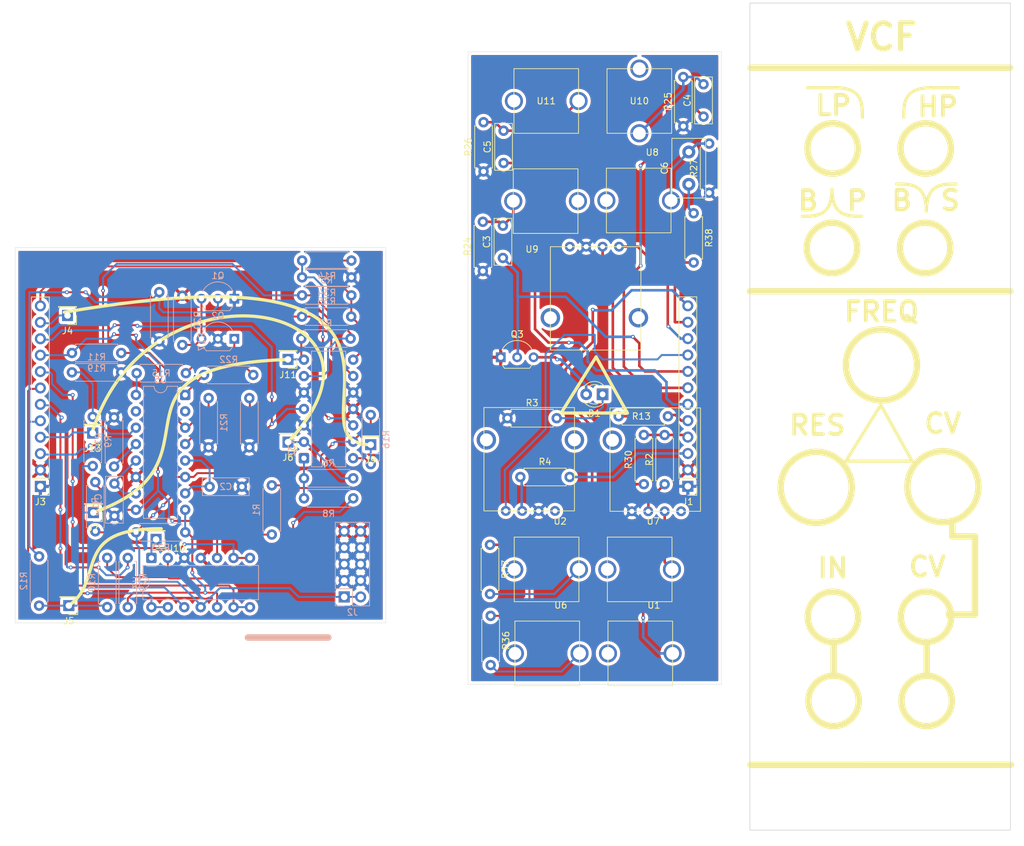
<source format=kicad_pcb>
(kicad_pcb (version 20241229) (generator "pcbnew") (generator_version "9.0")
  (layers (0 "F.Cu" signal) (2 "B.Cu" signal) (13 "F.Paste" user) (15 "B.Paste" user) (5 "F.SilkS" user "F.Silkscreen") (7 "B.SilkS" user "B.Silkscreen") (1 "F.Mask" user) (3 "B.Mask" user) (25 "Edge.Cuts" user))
  (net 0 "")
  (net 1 "Net-(C1-Pad1)")
  (net 2 "GND")
  (net 3 "Net-(C2-Pad1)")
  (net 4 "Net-(C3-Pad2)")
  (net 5 "OUT_BP")
  (net 6 "Net-(C4-Pad2)")
  (net 7 "OUT_HP")
  (net 8 "Net-(C5-Pad2)")
  (net 9 "OUT_LP")
  (net 10 "OUT_BS")
  (net 11 "Net-(C6-Pad1)")
  (net 12 "Net-(D1-K)")
  (net 13 "Net-(D1-A)")
  (net 14 "+12V")
  (net 15 "-12V")
  (net 16 "TRP")
  (net 17 "VGND1")
  (net 18 "AUDSUM")
  (net 19 "Net-(Q1-E)")
  (net 20 "Net-(Q2-C)")
  (net 21 "Net-(U4D--)")
  (net 22 "Net-(R2-Pad1)")
  (net 23 "Net-(R4-Pad1)")
  (net 24 "AUDIN")
  (net 25 "Net-(R6-Pad2)")
  (net 26 "HP")
  (net 27 "Net-(U5A-+)")
  (net 28 "Net-(R13-Pad1)")
  (net 29 "Net-(U4D-+)")
  (net 30 "Net-(R15-Pad2)")
  (net 31 "Net-(R22-Pad2)")
  (net 32 "LP")
  (net 33 "Net-(R30-Pad1)")
  (net 34 "Net-(R36-Pad2)")
  (net 35 "Net-(R37-Pad2)")
  (net 38 "Net-(U5C--)")
  (net 39 "Net-(U5A--)")
  (net 40 "Net-(RV2-Pad3)")
  (net 41 "VGNDAUD")
  (net 42 "RES")
  (net 43 "Net-(C6-Pad2)")
  (net 44 "Net-(J10-Pin_1)")
  (net 45 "Net-(U3A--)")
  (net 46 "Net-(J5-Pin_1)")
  (net 47 "Net-(J7-Pin_1)")
  (net 48 "Net-(J6-Pin_1)")
  (net 49 "Net-(J1-Pin_11)")
  (net 50 "Net-(J3-Pin_11)")
  (net 51 "Net-(U5C-+)")
  (footprint "Library:3mm5 Mono Aux" (layer "F.Cu") (at 113.3 30.5)
    (property "Reference" "U11")
    (property "Value" "Aux_flush")
  )
  (footprint "Resistor_THT:R_Axial_DIN0207_L6.3mm_D2.5mm_P7.62mm_Horizontal" (layer "F.Cu") (at 134.5 34.41 90)
    (property "Reference" "R25")
    (property "Value" "100k")
  )
  (footprint "Resistor_THT:R_Axial_DIN0207_L6.3mm_D2.5mm_P7.62mm_Horizontal" (layer "F.Cu") (at 103.5 56.82 90)
    (property "Reference" "R24")
    (property "Value" "100k")
  )
  (footprint "Capacitor_THT:C_Disc_D7.0mm_W2.5mm_P5.00mm" (layer "F.Cu") (at 106.6 54.8 90)
    (property "Reference" "C3")
    (property "Value" "470nF to 1u")
  )
  (footprint "MountingHole:MountingHole_3.2mm_M3" (layer "F.Cu") (at 177.72 140.787)
    (property "Reference" "REF**" (hide yes))
    (property "Value" "MountingHole_3.2mm_M3")
  )
  (footprint "Connector_PinHeader_2.54mm:PinHeader_1x01_P2.54mm_Vertical" (layer "F.Cu") (at 39.25 63.7 180)
    (property "Reference" "J4")
    (property "Value" "Conn_01x01_Pin" (hide yes))
  )
  (footprint "Resistor_THT:R_Axial_DIN0207_L6.3mm_D2.5mm_P7.62mm_Horizontal" (layer "F.Cu") (at 136.1 47.88 -90)
    (property "Reference" "R38")
    (property "Value" "1k")
  )
  (footprint "clipboard:d6b1d540-2acd-48cb-859c-b6cadd5b8444" (layer "F.Cu") (at 172.05 110.347)
    (property "Reference" "")
    (property "Value" "")
  )
  (footprint "Library:3mm5 Mono Aux" (layer "F.Cu") (at 113.45 116)
    (property "Reference" "U6")
    (property "Value" "Aux_flush")
  )
  (footprint "Library:3mm5 Mono Aux" (layer "F.Cu") (at 127.75 103)
    (property "Reference" "U7")
    (property "Value" "Aux_flush")
  )
  (footprint "Connector_PinHeader_2.54mm:PinHeader_1x01_P2.54mm_Vertical" (layer "F.Cu") (at 43.15 81.9 180)
    (property "Reference" "J13")
    (property "Value" "Conn_01x01_Pin" (hide yes))
  )
  (footprint "Connector_PinHeader_2.54mm:PinHeader_1x01_P2.54mm_Vertical" (layer "F.Cu") (at 43.25 94.2 180)
    (property "Reference" "J7")
    (property "Value" "Conn_01x01_Pin" (hide yes))
  )
  (footprint "clipboard:d6b1d540-2acd-48cb-859c-b6cadd5b8444" (layer "F.Cu") (at 172 37.847)
    (property "Reference" "")
    (property "Value" "")
  )
  (footprint "Connector_PinHeader_2.54mm:PinHeader_1x12_P2.54mm_Vertical" (layer "F.Cu") (at 35.05 90.16 180)
    (property "Reference" "J3")
    (property "Value" "Conn_01x12_Pin")
  )
  (footprint "clipboard:8a7c8b36-f368-44f6-9871-751257f891b6" (layer "F.Cu") (at 174.66 90.096)
    (property "Reference" "")
    (property "Value" "")
  )
  (footprint "Library:AlpsPot" (layer "F.Cu") (at 107.04 93.949)
    (property "Reference" "RV1" (hide yes))
    (property "Value" "R_Potentiometer")
  )
  (footprint "Connector_PinHeader_2.54mm:PinHeader_1x01_P2.54mm_Vertical" (layer "F.Cu") (at 39.45 108.6 180)
    (property "Reference" "J5")
    (property "Value" "Conn_01x01_Pin" (hide yes))
  )
  (footprint "clipboard:d6b1d540-2acd-48cb-859c-b6cadd5b8444" (layer "F.Cu") (at 157.75 123.347)
    (property "Reference" "")
    (property "Value" "")
  )
  (footprint "LED_THT:LED_D3.0mm" (layer "F.Cu") (at 122.02 75.9 180)
    (property "Reference" "D1")
    (property "Value" "LED")
  )
  (footprint "Resistor_THT:R_Axial_DIN0207_L6.3mm_D2.5mm_P7.62mm_Horizontal" (layer "F.Cu") (at 103.6 41.41 90)
    (property "Reference" "R26")
    (property "Value" "100k")
  )
  (footprint "Resistor_THT:R_Axial_DIN0207_L6.3mm_D2.5mm_P7.62mm_Horizontal" (layer "F.Cu") (at 104.7 110.19 -90)
    (property "Reference" "R36")
    (property "Value" "100k")
  )
  (footprint "Package_TO_SOT_THT:TO-92L_Inline_Wide" (layer "F.Cu") (at 106.26 70.17)
    (property "Reference" "Q3")
    (property "Value" "BC547")
  )
  (footprint "clipboard:d6b1d540-2acd-48cb-859c-b6cadd5b8444" (layer "F.Cu") (at 157.65 110.347)
    (property "Reference" "")
    (property "Value" "")
  )
  (footprint "MountingHole:MountingHole_3.2mm_M3" (layer "F.Cu") (at 177.74 18.347)
    (property "Reference" "REF**" (hide yes))
    (property "Value" "MountingHole_3.2mm_M3")
  )
  (footprint "Library:3mm5 Mono Aux" (layer "F.Cu") (at 113.35 103)
    (property "Reference" "U2")
    (property "Value" "Aux_flush")
  )
  (footprint "clipboard:d6b1d540-2acd-48cb-859c-b6cadd5b8444" (layer "F.Cu") (at 171.9 53.247)
    (property "Reference" "")
    (property "Value" "")
  )
  (footprint "Connector_PinHeader_2.54mm:PinHeader_1x01_P2.54mm_Vertical" (layer "F.Cu") (at 73.35 83.3 180)
    (property "Reference" "J6")
    (property "Value" "Conn_01x01_Pin" (hide yes))
  )
  (footprint "Connector_PinHeader_2.54mm:PinHeader_1x01_P2.54mm_Vertical" (layer "F.Cu") (at 86.15 83.7 180)
    (property "Reference" "J9")
    (property "Value" "Conn_01x01_Pin" (hide yes))
  )
  (footprint "MountingHole:MountingHole_3.2mm_M3" (layer "F.Cu") (at 164.95 83.247)
    (property "Reference" "REF**" (hide yes))
    (property "Value" "MountingHole_3.2mm_M3" (hide yes))
  )
  (footprint "MountingHole:MountingHole_3.2mm_M3" (layer "F.Cu") (at 152.3 18.347)
    (property "Reference" "REF**" (hide yes))
    (property "Value" "MountingHole_3.2mm_M3")
  )
  (footprint "Resistor_THT:R_Axial_DIN0207_L6.3mm_D2.5mm_P7.62mm_Horizontal" (layer "F.Cu") (at 128.4 89.81 90)
    (property "Reference" "R30")
    (property "Value" "100k")
  )
  (footprint "Resistor_THT:R_Axial_DIN0207_L6.3mm_D2.5mm_P7.62mm_Horizontal" (layer "F.Cu") (at 138.5 44.71 90)
    (property "Reference" "R27")
    (property "Value" "100k")
  )
  (footprint "Library:AlpsPot" (layer "F.Cu") (at 126.54 94.009)
    (property "Reference" "RV2" (hide yes))
    (property "Value" "R_Potentiometer")
  )
  (footprint "Resistor_THT:R_Axial_DIN0207_L6.3mm_D2.5mm_P7.62mm_Horizontal" (layer "F.Cu") (at 109.3 88.7)
    (property "Reference" "R4")
    (property "Value" "100k")
  )
  (footprint "Connector_PinHeader_2.54mm:PinHeader_1x12_P2.54mm_Vertical" (layer "F.Cu") (at 135.2 90.14 180)
    (property "Reference" "J1")
    (property "Value" "Conn_01x12_Pin")
  )
  (footprint "Capacitor_THT:C_Disc_D9.0mm_W5.0mm_P5.00mm" (layer "F.Cu") (at 135.35 43.4 90)
    (property "Reference" "C6")
    (property "Value" "470nF to 1u")
  )
  (footprint "Resistor_THT:R_Axial_DIN0207_L6.3mm_D2.5mm_P7.62mm_Horizontal" (layer "F.Cu") (at 107.3 79.6)
    (property "Reference" "R3")
    (property "Value" "1k")
  )
  (footprint "clipboard:8a7c8b36-f368-44f6-9871-751257f891b6" (layer "F.Cu") (at 165.15 71.247)
    (property "Reference" "")
    (property "Value" "")
  )
  (footprint "Resistor_THT:R_Axial_DIN0207_L6.3mm_D2.5mm_P7.62mm_Horizontal" (layer "F.Cu") (at 124.5 79.3)
    (property "Reference" "R13")
    (property "Value" "10k")
  )
  (footprint "Capacitor_THT:C_Disc_D7.0mm_W2.5mm_P5.00mm" (layer "F.Cu") (at 106.7 40.1 90)
    (property "Reference" "C5")
    (property "Value" "470nF to 1u")
  )
  (footprint "Capacitor_THT:C_Disc_D7.0mm_W2.5mm_P5.00mm" (layer "F.Cu") (at 137.625 32.915 90)
    (property "Reference" "C4")
    (property "Value" "470nF to 1u" (hide yes))
  )
  (footprint "Library:AlpsPot" (layer "F.Cu") (at 124.56 53.051 180)
    (property "Reference" "RV3" (hide yes))
    (property "Value" "R_Potentiometer")
  )
  (footprint "Library:3mm5 Mono Aux" (layer "F.Cu") (at 127.7 30.5 -90)
    (property "Reference" "U10")
    (property "Value" "Aux_flush")
  )
  (footprint "MountingHole:MountingHole_3.2mm_M3" (layer "F.Cu") (at 152.28 140.787)
    (property "Reference" "REF**" (hide yes))
    (property "Value" "MountingHole_3.2mm_M3")
  )
  (footprint "clipboard:d6b1d540-2acd-48cb-859c-b6cadd5b8444" (layer "F.Cu") (at 157.6 37.847)
    (property "Reference" "")
    (property "Value" "")
  )
  (footprint "clipboard:d6b1d540-2acd-48cb-859c-b6cadd5b8444" (layer "F.Cu") (at 157.5 53.247)
    (property "Reference" "")
    (property "Value" "")
  )
  (footprint "Connector_PinHeader_2.54mm:PinHeader_1x01_P2.54mm_Vertical" (layer "F.Cu") (at 73.35 70.5 180)
    (property "Reference" "J11")
    (property "Value" "Conn_01x01_Pin" (hide yes))
  )
  (footprint "Library:3mm5 Mono Aux" (layer "F.Cu") (at 127.85 116)
    (property "Reference" "U1")
    (property "Value" "Aux_flush")
  )
  (footprint "Library:3mm5 Mono Aux" (layer "F.Cu") (at 113.2 46 180)
    (property "Reference" "U9")
    (property "Value" "Aux_flush")
  )
  (footprint "Connector_PinHeader_2.54mm:PinHeader_1x01_P2.54mm_Vertical" (layer "F.Cu") (at 52.95 98.36 180)
    (property "Reference" "J10")
    (property "Value" "Conn_01x01_Pin" (hide yes))
  )
  (footprint "Library:3mm5 Mono Aux" (layer "F.Cu") (at 127.6 45.9)
    (property "Reference" "U8")
    (property "Value" "Aux_flush")
  )
  (footprint "clipboard:d6b1d540-2acd-48cb-859c-b6cadd5b8444" (layer "F.Cu") (at 172.15 123.347)
    (property "Reference" "")
    (property "Value" "")
  )
  (footprint "Resistor_THT:R_Axial_DIN0207_L6.3mm_D2.5mm_P7.62mm_Horizontal" (layer "F.Cu") (at 131.61 89.819 90)
    (property "Reference" "R2")
    (property "Value" "100k")
  )
  (footprint "clipboard:8a7c8b36-f368-44f6-9871-751257f891b6" (layer "F.Cu") (at 155.06 90.196)
    (property "Reference" "")
    (property "Value" "")
  )
  (footprint "Resistor_THT:R_Axial_DIN0207_L6.3mm_D2.5mm_P7.62mm_Horizontal" (layer "F.Cu") (at 104.6 99.19 -90)
    (property "Reference" "R37")
    (property "Value" "100k")
  )
  (footprint "Resistor_THT:R_Axial_DIN0207_L6.3mm_D2.5mm_P7.62mm_Horizontal" (layer "B.Cu") (at 39.94 69.5)
    (property "Reference" "R19")
    (property "Value" "200k")
  )
  (footprint "Resistor_THT:R_Axial_DIN0207_L6.3mm_D2.5mm_P7.62mm_Horizontal" (layer "B.Cu") (at 83.035 67.26675 180)
    (property "Reference" "R7")
    (property "Value" "100k")
  )
  (footprint "Resistor_THT:R_Axial_DIN0207_L6.3mm_D2.5mm_P7.62mm_Horizontal" (layer "B.Cu") (at 57.56 72.63325 180)
    (property "Reference" "R15")
    (property "Value" "2k2")
  )
  (footprint "Capacitor_THT:C_Disc_D7.0mm_W2.5mm_P5.00mm" (layer "B.Cu") (at 46.505 89.72325 -90)
    (property "Reference" "C1")
    (property "Value" "220pF")
  )
  (footprint "Package_DIP:DIP-14_W7.62mm" (layer "B.Cu") (at 75.82 85.78675)
    (property "Reference" "U4" (hide yes))
    (property "Value" "TL074")
  )
  (footprint "Resistor_THT:R_Axial_DIN0207_L6.3mm_D2.5mm_P7.62mm_Horizontal" (layer "B.Cu") (at 67.985 72.89825 180)
    (property "Reference" "R22")
    (property "Value" "2k2")
  )
  (footprint "Resistor_THT:R_Axial_DIN0207_L6.3mm_D2.5mm_P7.62mm_Horizontal" (layer "B.Cu") (at 48.57 108.84325 90)
    (property "Reference" "R29")
    (property "Value" "100k")
  )
  (footprint "Resistor_THT:R_Axial_DIN0207_L6.3mm_D2.5mm_P7.62mm_Horizontal" (layer "B.Cu") (at 86.15 86.71 90)
    (property "Reference" "R16")
    (property "Value" "100k")
  )
  (footprint "Resistor_THT:R_Axial_DIN0207_L6.3mm_D2.5mm_P7.62mm_Horizontal" (layer "B.Cu") (at 61.075 84.10825 90)
    (property "Reference" "R21")
    (property "Value" "1k")
  )
  (footprint "Connector_PinHeader_2.54mm:PinHeader_2x05_P2.54mm_Vertical" (layer "B.Cu") (at 82.05 107.26)
    (property "Reference" "J2")
    (property "Value" "Conn_02x05_Odd_Even" (hide yes))
  )
  (footprint "Resistor_THT:R_Axial_DIN0207_L6.3mm_D2.5mm_P7.62mm_Horizontal" (layer "B.Cu") (at 45.39 101.20825 -90)
    (property "Reference" "R10")
    (property "Value" "100k")
  )
  (footprint "Resistor_THT:R_Axial_DIN0207_L6.3mm_D2.5mm_P7.62mm_Horizontal" (layer "B.Cu") (at 83.135 63.86675 180)
    (property "Reference" "R35")
    (property "Value" "100k")
  )
  (footprint "Resistor_THT:R_Axial_DIN0207_L6.3mm_D2.5mm_P7.62mm_Horizontal" (layer "B.Cu") (at 43.55 97.1 90)
    (property "Reference" "R18")
    (property "Value" "100k")
  )
  (footprint "Capacitor_THT:C_Disc_D7.0mm_W2.5mm_P5.00mm" (layer "B.Cu") (at 61.23 90.19825)
    (property "Reference" "C2")
    (property "Value" "220pF")
  )
  (footprint "Resistor_THT:R_Axial_DIN0207_L6.3mm_D2.5mm_P7.62mm_Horizontal" (layer "B.Cu") (at 34.85 100.99 -90)
    (property "Reference" "R12")
    (property "Value" "47k")
  )
  (footprint "Resistor_THT:R_Axial_DIN0207_L6.3mm_D2.5mm_P7.62mm_Horizontal" (layer "B.Cu") (at 67.375 84.10825 90)
    (property "Reference" "R32")
    (property "Value" "1k")
  )
  (footprint "Resistor_THT:R_Axial_DIN0207_L6.3mm_D2.5mm_P7.62mm_Horizontal" (layer "B.Cu") (at 53.45 67.71 90)
    (property "Reference" "R17")
    (property "Value" "1k")
  )
  (footprint "Resistor_THT:R_Axial_DIN0207_L6.3mm_D2.5mm_P7.62mm_Horizontal" (layer "B.Cu") (at 75.83 92)
    (property "Reference" "R8")
    (property "Value" "100k" (hide yes))
  )
  (footprint "Resistor_THT:R_Axial_DIN0207_L6.3mm_D2.5mm_P7.62mm_Horizontal" (layer "B.Cu") (at 49.85 97.26)
    (property "Reference" "R23")
    (property "Value" "100k")
  )
  (footprint "Resistor_THT:R_Axial_DIN0207_L6.3mm_D2.5mm_P7.62mm_Horizontal" (layer "B.Cu") (at 83.445 88.9 180)
    (property "Reference" "R6")
    (property "Value" "100k")
  )
  (footprint "Package_DIP:DIP-14_W7.62mm" (layer "B.Cu") (at 52.23 101.22825 -90)
    (property "Reference" "U3")
    (property "Value" "TL074")
  )
  (footprint "Resistor_THT:R_Axial_DIN0207_L6.3mm_D2.5mm_P7.62mm_Horizontal" (layer "B.Cu") (at 43.15 87.01 90)
    (property "Reference" "R9")
    (property "Value" "200k")
  )
  (footprint "Package_DIP:DIP-16_W7.62mm" (layer "B.Cu") (at 57.45 75.99325 180)
    (property "Reference" "U5")
    (property "Value" "LM13700")
  )
  (footprint "Resistor_THT:R_Axial_DIN0207_L6.3mm_D2.5mm_P7.62mm_Horizontal" (layer "B.Cu") (at 47.55 72.5 180)
    (property "Reference" "R11")
    (property "Value" "1k")
  )
  (footprint "Resistor_THT:R_Axial_DIN0207_L6.3mm_D2.5mm_P7.62mm_Horizontal" (layer "B.Cu") (at 57.01 68.25825 90)
    (property "Reference" "R20")
    (property "Value" "10k")
  )
  (footprint "Resistor_THT:R_Axial_DIN0207_L6.3mm_D2.5mm_P7.62mm_Horizontal" (layer "B.Cu") (at 75.54 55.2)
    (property "Reference" "R14")
    (property "Value" "100k")
  )
  (footprint "Resistor_THT:R_Axial_DIN0207_L6.3mm_D2.5mm_P7.62mm_Horizontal" (layer "B.Cu") (at 83.15 60.58675 180)
    (property "Reference" "R5")
    (property "Value" "100k")
  )
  (footprint "Resistor_THT:R_Axial_DIN0207_L6.3mm_D2.5mm_P7.62mm_Horizontal" (layer "B.Cu") (at 70.85 89.99 -90)
    (property "Reference" "R1")
    (property "Value" "100k")
  )
  (footprint "Resistor_THT:R_Axial_DIN0207_L6.3mm_D2.5mm_P7.62mm_Horizontal" (layer "B.Cu") (at 75.54 57.8)
    (property "Reference" "R34")
    (property "Value" "100k")
  )
  (footprint "Package_TO_SOT_THT:TO-92_Inline_Wide" (layer "B.Cu") (at 65.05 61.1 180)
    (property "Reference" "Q1")
    (property "Value" "BC557")
  )
  (footprint "Resistor_THT:R_Axial_DIN0207_L6.3mm_D2.5mm_P7.62mm_Horizontal" (layer "B.Cu") (at 46.45 79.46325 -90)
    (property "Reference" "R33")
    (property "Value" "1k")
  )
  (footprint "Package_TO_SOT_THT:TO-92_Inline_Wide" (layer "B.Cu") (at 65.05 67.30825 180)
    (property "Reference" "Q2")
    (property "Value" "BC557")
  )
  (gr_line (start 179.61 97.8935) (end 179.61 109.996) (stroke (width 1)) (layer "F.SilkS"))
  (gr_circle (center 157.75 123.347) (end 161.65 123.247) (stroke (width 1)) (fill no) (layer "F.SilkS"))
  (gr_poly (pts (xy 115.6 78.8) (xy 125.86 78.8) (xy 121.01 70.1)) (stroke (width 0.5)) (fill no) (layer "F.SilkS"))
  (gr_circle (center 174.66 90.196) (end 180.16 90.196) (stroke (width 1)) (fill no) (layer "F.SilkS"))
  (gr_circle (center 157.5 53.247) (end 161.4 53.147) (stroke (width 1)) (fill no) (layer "F.SilkS"))
  (gr_circle (center 157.65 110.347) (end 161.55 110.247) (stroke (width 1)) (fill no) (layer "F.SilkS"))
  (gr_curve (pts (xy 152.9 48.347) (xy 155.1 48.347) (xy 157.5 48.347) (xy 157.5 44.147)) (stroke (width 0.5)) (layer "F.SilkS"))
  (gr_line (start 172.150006 114.247) (end 172.15 119.445718) (stroke (width 1)) (layer "F.SilkS"))
  (gr_curve (pts (xy 53.75 96.7) (xy 39.55 96.6) (xy 45.25 104.5) (xy 39.45 108.6)) (stroke (width 0.5)) (layer "F.SilkS"))
  (gr_curve (pts (xy 168.6 33.047) (xy 168.6 30.847) (xy 168.6 28.447) (xy 172.8 28.447)) (stroke (width 0.5)) (layer "F.SilkS"))
  (gr_line (start 176.11 97.8935) (end 179.61 97.8935) (stroke (width 1)) (layer "F.SilkS"))
  (gr_poly (pts (xy 159.64 86.247) (xy 169.9 86.247) (xy 165.05 77.547)) (stroke (width 0.5)) (fill no) (layer "F.SilkS"))
  (gr_curve (pts (xy 86.15 83.7) (xy 71.95 83.6) (xy 103.95 52) (xy 38.75 63.2)) (stroke (width 0.5)) (layer "F.SilkS"))
  (gr_line (start 144.9 25.347) (end 185.05 25.357) (stroke (width 1)) (layer "F.SilkS"))
  (gr_circle (center 171.9 53.247) (end 175.8 53.147) (stroke (width 1)) (fill no) (layer "F.SilkS"))
  (gr_circle (center 172.05 110.347) (end 175.95 110.247) (stroke (width 1)) (fill no) (layer "F.SilkS"))
  (gr_line (start 176.11 95.696) (end 176.11 97.8935) (stroke (width 1)) (layer "F.SilkS"))
  (gr_line (start 174.311282 109.996) (end 179.61 109.996) (stroke (width 1)) (layer "F.SilkS"))
  (gr_line (start 177.1 28.447) (end 172.8 28.447) (stroke (width 0.5)) (layer "F.SilkS"))
  (gr_curve (pts (xy 167.5 43.347) (xy 169.7 43.347) (xy 172.1 43.347) (xy 172.1 47.547)) (stroke (width 0.5)) (layer "F.SilkS"))
  (gr_circle (center 172.15 123.347) (end 176.05 123.247) (stroke (width 1)) (fill no) (layer "F.SilkS"))
  (gr_circle (center 165.15 71.347) (end 170.65 71.347) (stroke (width 1)) (fill no) (layer "F.SilkS"))
  (gr_circle (center 172 37.847) (end 175.9 37.747) (stroke (width 1)) (fill no) (layer "F.SilkS"))
  (gr_curve (pts (xy 176.7 43.347) (xy 174.5 43.347) (xy 172.1 43.347) (xy 172.1 47.547)) (stroke (width 0.5)) (layer "F.SilkS"))
  (gr_curve (pts (xy 43.25 94.2) (xy 64.95 86.6) (xy 42.35 71.6) (xy 73.35 70.5)) (stroke (width 0.5)) (layer "F.SilkS"))
  (gr_line (start 157.75 114.147) (end 157.75 119.445718) (stroke (width 1)) (layer "F.SilkS"))
  (gr_curve (pts (xy 162.1 48.347) (xy 159.9 48.347) (xy 157.5 48.347) (xy 157.5 44.147)) (stroke (width 0.5)) (layer "F.SilkS"))
  (gr_line (start 185.2 133.247) (end 144.87 133.257) (stroke (width 1)) (layer "F.SilkS"))
  (gr_curve (pts (xy 162.2 33.047) (xy 162.2 30.847) (xy 162.2 28.447) (xy 158 28.447)) (stroke (width 0.5)) (layer "F.SilkS"))
  (gr_circle (center 157.6 37.847) (end 161.5 37.747) (stroke (width 1)) (fill no) (layer "F.SilkS"))
  (gr_curve (pts (xy 43.05 81.9) (xy 51.45 53.7) (xy 93.75 61.7) (xy 73.35 83.3)) (stroke (width 0.5)) (layer "F.SilkS"))
  (gr_line (start 185.1 59.947) (end 144.8 59.947) (stroke (width 1)) (layer "F.SilkS"))
  (gr_line (start 153.7 28.447) (end 158 28.447) (stroke (width 0.5)) (layer "F.SilkS"))
  (gr_circle (center 155.06 90.296) (end 160.56 90.296) (stroke (width 1)) (fill no) (layer "F.SilkS"))
  (gr_line (start 67.15 113.54) (end 79.6 113.54) (stroke (width 1)) (layer "B.SilkS"))
  (gr_rect (start 31.15 53.20325) (end 88.5 111.27325) (stroke (width 0.05)) (fill no) (layer "Edge.Cuts"))
  (gr_rect (start 101.2 22.9) (end 140.4 120.8) (stroke (width 0.05)) (fill no) (layer "Edge.Cuts"))
  (gr_rect (start 144.8 15.347) (end 185.1 143.347) (stroke (width 0.1)) (fill no) (layer "Edge.Cuts"))
  (gr_text "RES" (at 150.56 82.4425 0) (layer "F.SilkS") (effects (font (size 3 3) (thickness 0.6) (bold yes)) (justify left bottom)))
  (gr_text "IN" (at 154.95 104.547 0) (layer "F.SilkS") (effects (font (size 3 3) (thickness 0.6) (bold yes)) (justify left bottom)))
  (gr_text "FREQ\n" (at 159.05 64.8935 0) (layer "F.SilkS") (effects (font (size 3 3) (thickness 0.6) (bold yes)) (justify left bottom)))
  (gr_text "HP" (at 170.4 33.147 0) (layer "F.SilkS") (effects (font (size 3 3) (thickness 0.6) (bold yes)) (justify left bottom)))
  (gr_text "CV" (at 171.45 82.1935 0) (layer "F.SilkS") (effects (font (size 3 3) (thickness 0.6) (bold yes)) (justify left bottom)))
  (gr_text "B  P" (at 151.9 47.697 0) (layer "F.SilkS") (effects (font (size 3 3) (thickness 0.6) (bold yes)) (justify left bottom)))
  (gr_text "B  S" (at 166.4 47.647 0) (layer "F.SilkS") (effects (font (size 3 3) (thickness 0.6) (bold yes)) (justify left bottom)))
  (gr_text "VCF" (at 159.2 22.947 0) (layer "F.SilkS") (effects (font (size 4 4) (thickness 0.8) (bold yes)) (justify left bottom)))
  (gr_text "LP\n" (at 154.6 32.947 0) (layer "F.SilkS") (effects (font (size 3 3) (thickness 0.6) (bold yes)) (justify left bottom)))
  (gr_text "CV" (at 169.05 104.347 0) (layer "F.SilkS") (effects (font (size 3 3) (thickness 0.6) (bold yes)) (justify left bottom)))
  (segment (start 46.505 89.47825) (end 46.505 89.72325) (width 0.3) (layer "B.Cu") (net 1))
  (segment (start 48.015 91.23325) (end 46.505 89.72325) (width 0.3) (layer "B.Cu") (net 1))
  (segment (start 49.83 91.23325) (end 48.015 91.23325) (width 0.3) (layer "B.Cu") (net 1))
  (segment (start 49.83 86.15325) (end 46.505 89.47825) (width 0.3) (layer "B.Cu") (net 1))
  (segment (start 46.505 94.805) (end 46.25 95.06) (width 0.3) (layer "F.Cu") (net 2))
  (segment (start 46.505 94.72325) (end 46.505 94.805) (width 0.3) (layer "F.Cu") (net 2))
  (segment (start 59.90325 86.15325) (end 61.23 87.48) (width 0.3) (layer "B.Cu") (net 3))
  (segment (start 57.45 86.15325) (end 59.90325 86.15325) (width 0.3) (layer "B.Cu") (net 3))
  (segment (start 61.23 87.48) (end 61.23 90.14825) (width 0.3) (layer "B.Cu") (net 3))
  (segment (start 61.23 90.14825) (end 58.535 90.14825) (width 0.3) (layer "B.Cu") (net 3))
  (segment (start 58.535 90.14825) (end 57.45 91.23325) (width 0.3) (layer "B.Cu") (net 3))
  (segment (start 108.2 46) (end 108.2 48.2) (width 0.4) (layer "F.Cu") (net 4))
  (segment (start 108.2 48.2) (end 106.6 49.8) (width 0.4) (layer "F.Cu") (net 4))
  (segment (start 106 49.2) (end 106.6 49.8) (width 0.4) (layer "F.Cu") (net 4))
  (segment (start 103.5 49.2) (end 106 49.2) (width 0.4) (layer "F.Cu") (net 4))
  (segment (start 40.95 99.7) (end 56.75 99.7) (width 0.3) (layer "F.Cu") (net 5))
  (segment (start 127.7 71.5) (end 128.56 72.36) (width 0.4) (layer "F.Cu") (net 5))
  (segment (start 40.05 95.66) (end 40.05 98.8) (width 0.3) (layer "F.Cu") (net 5))
  (segment (start 126.7 67) (end 127.7 68) (width 0.4) (layer "F.Cu") (net 5))
  (segment (start 56.75 99.7) (end 57.35 99.1) (width 0.3) (layer "F.Cu") (net 5))
  (segment (start 40.05 98.8) (end 40.95 99.7) (width 0.3) (layer "F.Cu") (net 5))
  (segment (start 127.7 68) (end 127.7 71.5) (width 0.4) (layer "F.Cu") (net 5))
  (segment (start 128.56 72.36) (end 135.2 72.36) (width 0.4) (layer "F.Cu") (net 5))
  (segment (start 64.93 101.22825) (end 67.47 101.22825) (width 0.3) (layer "F.Cu") (net 5))
  (segment (start 40.05 76) (end 40.05 89.36) (width 0.3) (layer "F.Cu") (net 5))
  (via (at 40.05 95.66) (size 0.6) (drill 0.3) (layers "F.Cu" "B.Cu") (net 5))
  (via (at 57.35 99.1) (size 0.6) (drill 0.3) (layers "F.Cu" "B.Cu") (net 5))
  (via (at 126.7 67) (size 0.6) (drill 0.3) (layers "F.Cu" "B.Cu") (net 5))
  (via (at 40.05 76) (size 0.6) (drill 0.3) (layers "F.Cu" "B.Cu") (net 5))
  (via (at 40.05 89.36) (size 0.6) (drill 0.3) (layers "F.Cu" "B.Cu") (net 5))
  (segment (start 38.55 76) (end 36.85 74.3) (width 0.3) (layer "B.Cu") (net 5))
  (segment (start 36.85 72.8) (end 36.57 72.52) (width 0.3) (layer "B.Cu") (net 5))
  (segment (start 40.05 76) (end 38.55 76) (width 0.3) (layer "B.Cu") (net 5))
  (segment (start 57.35 99.1) (end 64.93 99.1) (width 0.3) (layer "B.Cu") (net 5))
  (segment (start 36.85 74.3) (end 36.85 72.8) (width 0.3) (layer "B.Cu") (net 5))
  (segment (start 64.93 99.1) (end 64.93 101.22825) (width 0.3) (layer "B.Cu") (net 5))
  (segment (start 122.5 67) (end 116.3 60.8) (width 0.4) (layer "B.Cu") (net 5))
  (segment (start 116.3 60.8) (end 108.9 60.8) (width 0.4) (layer "B.Cu") (net 5))
  (segment (start 108.88 57.08) (end 106.6 54.8) (width 0.4) (layer "B.Cu") (net 5))
  (segment (start 108.88 60.8) (end 108.88 57.08) (width 0.4) (layer "B.Cu") (net 5))
  (segment (start 108.9 60.8) (end 108.88 60.8) (width 0.4) (layer "B.Cu") (net 5))
  (segment (start 36.57 72.52) (end 35.05 72.52) (width 0.3) (layer "B.Cu") (net 5))
  (segment (start 108.9 70.07) (end 108.8 70.17) (width 0.4) (layer "B.Cu") (net 5))
  (segment (start 108.9 60.8) (end 108.9 70.07) (width 0.4) (layer "B.Cu") (net 5))
  (segment (start 40.05 89.36) (end 40.05 95.66) (width 0.3) (layer "B.Cu") (net 5))
  (segment (start 126.7 67) (end 122.5 67) (width 0.4) (layer "B.Cu") (net 5))
  (segment (start 127.7 35.5) (end 134.5 28.7) (width 0.4) (layer "B.Cu") (net 6))
  (segment (start 134.5 28.7) (end 134.5 26.79) (width 0.4) (layer "B.Cu") (net 6))
  (segment (start 134.5 26.79) (end 136.5 26.79) (width 0.4) (layer "B.Cu") (net 6))
  (segment (start 136.5 26.79) (end 137.625 27.915) (width 0.4) (layer "B.Cu") (net 6))
  (segment (start 136.51 31.8) (end 137.625 32.915) (width 0.4) (layer "F.Cu") (net 7))
  (segment (start 128.6 74.9) (end 125.3 71.6) (width 0.4) (layer "F.Cu") (net 7))
  (segment (start 135.2 74.9) (end 128.6 74.9) (width 0.4) (layer "F.Cu") (net 7))
  (segment (start 125.3 71.6) (end 125.3 58.6) (width 0.4) (layer "F.Cu") (net 7))
  (segment (start 33.49 75.06) (end 35.05 75.06) (width 0.3) (layer "F.Cu") (net 7))
  (segment (start 42.35 106.7) (end 33.35 106.7) (width 0.3) (layer "F.Cu") (net 7))
  (segment (start 33.15 106.5) (end 33.15 75.4) (width 0.3) (layer "F.Cu") (net 7))
  (segment (start 33.15 75.4) (end 33.49 75.06) (width 0.3) (layer "F.Cu") (net 7))
  (segment (start 127.9 40.5) (end 132 36.4) (width 0.4) (layer "F.Cu") (net 7))
  (segment (start 132 31.8) (end 136.51 31.8) (width 0.4) (layer "F.Cu") (net 7))
  (segment (start 125.3 58.6) (end 127.9 56) (width 0.4) (layer "F.Cu") (net 7))
  (segment (start 132 36.4) (end 132 31.8) (width 0.4) (layer "F.Cu") (net 7))
  (segment (start 33.35 106.7) (end 33.15 106.5) (width 0.3) (layer "F.Cu") (net 7))
  (via (at 127.9 56) (size 0.6) (drill 0.3) (layers "F.Cu" "B.Cu") (net 7))
  (via (at 42.35 106.7) (size 0.6) (drill 0.3) (layers "F.Cu" "B.Cu") (net 7))
  (via (at 127.9 40.5) (size 0.6) (drill 0.3) (layers "F.Cu" "B.Cu") (net 7))
  (segment (start 52.23 108.84825) (end 52.23 107.28) (width 0.3) (layer "B.Cu") (net 7))
  (segment (start 51.65 106.7) (end 42.35 106.7) (width 0.3) (layer "B.Cu") (net 7))
  (segment (start 54.77 108.84825) (end 52.23 108.84825) (width 0.3) (layer "B.Cu") (net 7))
  (segment (start 42.35 106.7) (end 42.55 106.7) (width 0.3) (layer "B.Cu") (net 7))
  (segment (start 52.23 107.28) (end 51.65 106.7) (width 0.3) (layer "B.Cu") (net 7))
  (segment (start 127.9 56) (end 127.9 40.5) (width 0.4) (layer "B.Cu") (net 7))
  (segment (start 113.7 35.1) (end 118.3 30.5) (width 0.4) (layer "F.Cu") (net 8))
  (segment (start 106.7 35.1) (end 113.7 35.1) (width 0.4) (layer "F.Cu") (net 8))
  (segment (start 105.39 33.79) (end 106.7 35.1) (width 0.4) (layer "F.Cu") (net 8))
  (segment (start 103.6 33.79) (end 105.39 33.79) (width 0.4) (layer "F.Cu") (net 8))
  (segment (start 113.8 41.3) (end 112.6 40.1) (width 0.4) (layer "F.Cu") (net 9))
  (segment (start 64.93 106.18) (end 64.93 108.84825) (width 0.3) (layer "F.Cu") (net 9))
  (segment (start 113.8 53.8) (end 113.8 41.3) (width 0.4) (layer "F.Cu") (net 9))
  (segment (start 112.6 40.1) (end 106.7 40.1) (width 0.4) (layer "F.Cu") (net 9))
  (segment (start 38.15 99.76) (end 38.15 105.5) (width 0.3) (layer "F.Cu") (net 9))
  (segment (start 38.15 79.7) (end 38.15 93.76) (width 0.3) (layer "F.Cu") (net 9))
  (segment (start 38.35 79.5) (end 38.15 79.7) (width 0.3) (layer "F.Cu") (net 9))
  (segment (start 111.564362 65.807862) (end 111.564362 56.035638) (width 0.4) (layer "F.Cu") (net 9))
  (segment (start 116.8 67.9) (end 113.6565 67.9) (width 0.4) (layer "F.Cu") (net 9))
  (segment (start 38.15 105.5) (end 64.25 105.5) (width 0.3) (layer "F.Cu") (net 9))
  (segment (start 64.25 105.5) (end 64.93 106.18) (width 0.3) (layer "F.Cu") (net 9))
  (segment (start 111.564362 56.035638) (end 113.8 53.8) (width 0.4) (layer "F.Cu") (net 9))
  (segment (start 113.6565 67.9) (end 111.564362 65.807862) (width 0.4) (layer "F.Cu") (net 9))
  (via (at 38.15 99.76) (size 0.6) (drill 0.3) (layers "F.Cu" "B.Cu") (net 9))
  (via (at 38.15 93.76) (size 0.6) (drill 0.3) (layers "F.Cu" "B.Cu") (net 9))
  (via (at 38.35 79.5) (size 0.6) (drill 0.3) (layers "F.Cu" "B.Cu") (net 9))
  (via (at 116.8 67.9) (size 0.6) (drill 0.3) (layers "F.Cu" "B.Cu") (net 9))
  (segment (start 116.8 67.9) (end 118.4 67.9) (width 0.4) (layer "B.Cu") (net 9))
  (segment (start 118.4 67.9) (end 119.7 69.2) (width 0.4) (layer "B.Cu") (net 9))
  (segment (start 35.05 77.6) (end 36.45 77.6) (width 0.3) (layer "B.Cu") (net 9))
  (segment (start 131.9 76.5) (end 132.84 77.44) (width 0.4) (layer "B.Cu") (net 9))
  (segment (start 67.47 108.84825) (end 64.93 108.84825) (width 0.3) (layer "B.Cu") (net 9))
  (segment (start 121.1 72.2) (end 130.1 72.2) (width 0.4) (layer "B.Cu") (net 9))
  (segment (start 131.9 74) (end 131.9 76.5) (width 0.4) (layer "B.Cu") (net 9))
  (segment (start 36.45 77.6) (end 38.35 79.5) (width 0.3) (layer "B.Cu") (net 9))
  (segment (start 119.7 69.2) (end 119.7 70.8) (width 0.4) (layer "B.Cu") (net 9))
  (segment (start 132.84 77.44) (end 135.2 77.44) (width 0.4) (layer "B.Cu") (net 9))
  (segment (start 130.1 72.2) (end 131.9 74) (width 0.4) (layer "B.Cu") (net 9))
  (segment (start 119.7 70.8) (end 121.1 72.2) (width 0.4) (layer "B.Cu") (net 9))
  (segment (start 38.15 93.76) (end 38.15 99.76) (width 0.3) (layer "B.Cu") (net 9))
  (segment (start 85.22675 85.78675) (end 86.15 86.71) (width 0.3) (layer "F.Cu") (net 10))
  (segment (start 83.44 85.78675) (end 85.22675 85.78675) (width 0.3) (layer "F.Cu") (net 10))
  (segment (start 86.15 83.7) (end 86.15 86.71) (width 0.3) (layer "B.Cu") (net 10))
  (segment (start 135.35 47.13) (end 136.1 47.88) (width 0.4) (layer "B.Cu") (net 11))
  (segment (start 135.35 43.4) (end 135.35 47.13) (width 0.4) (layer "B.Cu") (net 11))
  (segment (start 120.3 79.6) (end 114.92 79.6) (width 0.3) (layer "B.Cu") (net 12))
  (segment (start 122.02 77.88) (end 120.3 79.6) (width 0.3) (layer "B.Cu") (net 12))
  (segment (start 122.02 75.9) (end 122.02 77.88) (width 0.3) (layer "B.Cu") (net 12))
  (segment (start 111.34 70.17) (end 114.67 70.17) (width 0.4) (layer "F.Cu") (net 13))
  (segment (start 114.67 70.17) (end 115 70.5) (width 0.4) (layer "F.Cu") (net 13))
  (via (at 115 70.5) (size 0.6) (drill 0.3) (layers "F.Cu" "B.Cu") (net 13))
  (segment (start 119.48 74.45) (end 119.48 75.9) (width 0.4) (layer "B.Cu") (net 13))
  (segment (start 115 70.5) (end 115.53 70.5) (width 0.4) (layer "B.Cu") (net 13))
  (segment (start 115.53 70.5) (end 119.48 74.45) (width 0.4) (layer "B.Cu") (net 13))
  (segment (start 43.4835 97.26) (end 43.19675 96.97325) (width 0.3) (layer "F.Cu") (net 15))
  (segment (start 49.85 97.26) (end 43.4835 97.26) (width 0.3) (layer "F.Cu") (net 15))
  (segment (start 70.35 81) (end 70.35 87) (width 0.3) (layer "F.Cu") (net 15))
  (segment (start 127.451 53.051) (end 124.56 53.051) (width 0.4) (layer "F.Cu") (net 15))
  (segment (start 52.5 94.61) (end 49.85 97.26) (width 0.3) (layer "F.Cu") (net 15))
  (segment (start 70.85 76.3) (end 70.85 80.5) (width 0.3) (layer "F.Cu") (net 15))
  (segment (start 46.55 65.2) (end 49.95 65.2) (width 0.3) (layer "F.Cu") (net 15))
  (segment (start 70.85 80.5) (end 70.35 81) (width 0.3) (layer "F.Cu") (net 15))
  (segment (start 59.35 88.1) (end 58.75675 88.69325) (width 0.3) (layer "F.Cu") (net 15))
  (segment (start 70.35 87) (end 69.25 88.1) (width 0.3) (layer "F.Cu") (net 15))
  (segment (start 132.2 65.4) (end 132.1 65.3) (width 0.4) (layer "F.Cu") (net 15))
  (segment (start 54.05 93.06) (end 55.65 91.46) (width 0.3) (layer "F.Cu") (net 15))
  (segment (start 69.25 88.1) (end 59.35 88.1) (width 0.3) (layer "F.Cu") (net 15))
  (segment (start 132.1 65.3) (end 132.1 57.7) (width 0.4) (layer "F.Cu") (net 15))
  (segment (start 55.65 89) (end 55.95675 88.69325) (width 0.3) (layer "F.Cu") (net 15))
  (segment (start 132.1 57.7) (end 127.451 53.051) (width 0.4) (layer "F.Cu") (net 15))
  (segment (start 49.95 65.2) (end 50.05 65.3) (width 0.3) (layer "F.Cu") (net 15))
  (segment (start 55.65 91.46) (end 55.65 89) (width 0.3) (layer "F.Cu") (net 15))
  (segment (start 55.95675 88.69325) (end 57.45 88.69325) (width 0.3) (layer "F.Cu") (net 15))
  (segment (start 58.75675 88.69325) (end 57.45 88.69325) (width 0.3) (layer "F.Cu") (net 15))
  (via (at 46.55 65.2) (size 0.6) (drill 0.3) (layers "F.Cu" "B.Cu") (net 15))
  (via (at 132.2 65.4) (size 0.6) (drill 0.3) (layers "F.Cu" "B.Cu") (net 15))
  (via (at 70.85 76.3) (size 0.6) (drill 0.3) (layers "F.Cu" "B.Cu") (net 15))
  (via (at 52.5 94.61) (size 0.6) (drill 0.3) (layers "F.Cu" "B.Cu") (net 15))
  (via (at 50.05 65.3) (size 0.6) (drill 0.3) (layers "F.Cu" "B.Cu") (net 15))
  (via (at 70.85 80.5) (size 0.6) (drill 0.3) (layers "F.Cu" "B.Cu") (net 15))
  (via (at 54.05 93.06) (size 0.6) (drill 0.3) (layers "F.Cu" "B.Cu") (net 15))
  (segment (start 50.35 104.9) (end 56.25 104.9) (width 0.3) (layer "B.Cu") (net 15))
  (segment (start 50.35 99.6) (end 50.35 104.9) (width 0.3) (layer "B.Cu") (net 15))
  (segment (start 75.82 78.16675) (end 73.18325 78.16675) (width 0.3) (layer "B.Cu") (net 15))
  (segment (start 36.91 67.44) (end 35.05 67.44) (width 0.3) (layer "B.Cu") (net 15))
  (segment (start 49.95 96.96) (end 49.95 99.2) (width 0.3) (layer "B.Cu") (net 15))
  (segment (start 38.35 66) (end 36.91 67.44) (width 0.3) (layer "B.Cu") (net 15))
  (segment (start 75.01 107.26) (end 73.65 105.9) (width 0.3) (layer "B.Cu") (net 15))
  (segment (start 49.95 99.2) (end 50.35 99.6) (width 0.3) (layer "B.Cu") (net 15))
  (segment (start 62.79825 105.9) (end 59.85 108.84825) (width 0.3) (layer "B.Cu") (net 15))
  (segment (start 45.75 66) (end 38.35 66) (width 0.3) (layer "B.Cu") (net 15))
  (segment (start 46.55 65.2) (end 45.75 66) (width 0.3) (layer "B.Cu") (net 15))
  (segment (start 52.5 94.61) (end 54.05 93.06) (width 0.3) (layer "B.Cu") (net 15))
  (segment (start 56.25 104.9) (end 59.85 108.5) (width 0.3) (layer "B.Cu") (net 15))
  (segment (start 73.65 105.9) (end 62.79825 105.9) (width 0.3) (layer "B.Cu") (net 15))
  (segment (start 82.05 107.26) (end 75.01 107.26) (width 0.3) (layer "B.Cu") (net 15))
  (segment (start 70.85 68.6) (end 70.85 76.3) (width 0.3) (layer "B.Cu") (net 15))
  (segment (start 50.05 65.3) (end 50.15 65.4) (width 0.3) (layer "B.Cu") (net 15))
  (segment (start 132.2 65.4) (end 134.08 67.28) (width 0.4) (layer "B.Cu") (net 15))
  (segment (start 43.3235 97.1) (end 43.55 97.1) (width 0.3) (layer "B.Cu") (net 15))
  (segment (start 50.15 65.4) (end 67.65 65.4) (width 0.3) (layer "B.Cu") (net 15))
  (segment (start 134.08 67.28) (end 135.2 67.28) (width 0.4) (layer "B.Cu") (net 15))
  (segment (start 84.59 107.26) (end 82.05 107.26) (width 0.3) (layer "B.Cu") (net 15))
  (segment (start 59.85 108.5) (end 59.85 108.84825) (width 0.3) (layer "B.Cu") (net 15))
  (segment (start 43.19675 96.97325) (end 43.3235 97.1) (width 0.3) (layer "B.Cu") (net 15))
  (segment (start 73.18325 78.16675) (end 70.85 80.5) (width 0.3) (layer "B.Cu") (net 15))
  (segment (start 67.65 65.4) (end 70.85 68.6) (width 0.3) (layer "B.Cu") (net 15))
  (segment (start 135.2 79.98) (end 134.18 79.98) (width 0.4) (layer "F.Cu") (net 16))
  (segment (start 133.3 79.1) (end 132.32 79.1) (width 0.4) (layer "F.Cu") (net 16))
  (segment (start 134.18 79.98) (end 133.3 79.1) (width 0.4) (layer "F.Cu") (net 16))
  (segment (start 39.15 60.1) (end 42.05 60.1) (width 0.3) (layer "F.Cu") (net 16))
  (segment (start 132.32 79.1) (end 132.12 79.3) (width 0.4) (layer "F.Cu") (net 16))
  (via (at 42.05 60.1) (size 0.6) (drill 0.3) (layers "F.Cu" "B.Cu") (net 16))
  (via (at 39.15 60.1) (size 0.6) (drill 0.3) (layers "F.Cu" "B.Cu") (net 16))
  (segment (start 53.45 62.6) (end 53.45 60.09) (width 0.3) (layer "B.Cu") (net 16))
  (segment (start 62.51 62.24) (end 61.55 63.2) (width 0.3) (layer "B.Cu") (net 16))
  (segment (start 54.05 63.2) (end 53.45 62.6) (width 0.3) (layer "B.Cu") (net 16))
  (segment (start 33.35 99.49) (end 34.85 100.99) (width 0.3) (layer "B.Cu") (net 16))
  (segment (start 42.05 60.1) (end 43.61 61.66) (width 0.3) (layer "B.Cu") (net 16))
  (segment (start 62.51 61.1) (end 62.51 62.24) (width 0.3) (layer "B.Cu") (net 16))
  (segment (start 61.55 63.2) (end 54.05 63.2) (width 0.3) (layer "B.Cu") (net 16))
  (segment (start 33.35 99.49) (end 33.35 60.1) (width 0.3) (layer "B.Cu") (net 16))
  (segment (start 43.61 61.66) (end 51.88 61.66) (width 0.3) (layer "B.Cu") (net 16))
  (segment (start 51.88 61.66) (end 53.45 60.09) (width 0.3) (layer "B.Cu") (net 16))
  (segment (start 35.05 80.14) (end 33.35 80.14) (width 0.3) (layer "B.Cu") (net 16))
  (segment (start 33.35 60.1) (end 39.15 60.1) (width 0.3) (layer "B.Cu") (net 16))
  (segment (start 128.4 82.19) (end 134.87 82.19) (width 0.4) (layer "F.Cu") (net 17))
  (segment (start 134.87 82.19) (end 135.2 82.52) (width 0.4) (layer "F.Cu") (net 17))
  (segment (start 35.05 82.54) (end 39.41 82.54) (width 0.3) (layer "B.Cu") (net 17))
  (segment (start 39.41 82.54) (end 40.15 81.8) (width 0.3) (layer "B.Cu") (net 17))
  (segment (start 40.15 81.8) (end 43.05 81.8) (width 0.3) (layer "B.Cu") (net 17))
  (segment (start 110.7 99.19) (end 104.6 99.19) (width 0.4) (layer "F.Cu") (net 18))
  (segment (start 120.4 97.5) (end 118.71 99.19) (width 0.4) (layer "F.Cu") (net 18))
  (segment (start 110.7 107.5) (end 110.7 99.19) (width 0.3) (layer "F.Cu") (net 18))
  (segment (start 71.55 58.4) (end 71.55 61.4) (width 0.3) (layer "F.Cu") (net 18))
  (segment (start 116.3 76.8) (end 120.4 80.9) (width 0.4) (layer "F.Cu") (net 18))
  (segment (start 108.01 110.19) (end 110.7 107.5) (width 0.3) (layer "F.Cu") (net 18))
  (segment (start 71.55 61.4) (end 74.01675 63.86675) (width 0.3) (layer "F.Cu") (net 18))
  (segment (start 35.05 62.36) (end 35.05 60) (width 0.3) (layer "F.Cu") (net 18))
  (segment (start 69.25 56.1) (end 71.55 58.4) (width 0.3) (layer "F.Cu") (net 18))
  (segment (start 38.95 56.1) (end 69.25 56.1) (width 0.3) (layer "F.Cu") (net 18))
  (segment (start 118.71 99.19) (end 110.7 99.19) (width 0.4) (layer "F.Cu") (net 18))
  (segment (start 74.01675 63.86675) (end 75.515 63.86675) (width 0.3) (layer "F.Cu") (net 18))
  (segment (start 75.515 63.86675) (end 78.11675 63.86675) (width 0.3) (layer "F.Cu") (net 18))
  (segment (start 80.05 65.8) (end 80.05 69.69675) (width 0.3) (layer "F.Cu") (net 18))
  (segment (start 35.05 60) (end 38.95 56.1) (width 0.3) (layer "F.Cu") (net 18))
  (segment (start 104.7 110.19) (end 108.01 110.19) (width 0.3) (layer "F.Cu") (net 18))
  (segment (start 120.5 62.8) (end 120.5 67.8) (width 0.4) (layer "F.Cu") (net 18))
  (segment (start 80.05 69.69675) (end 83.44 73.08675) (width 0.3) (layer "F.Cu") (net 18))
  (segment (start 116.3 72) (end 116.3 76.8) (width 0.4) (layer "F.Cu") (net 18))
  (segment (start 120.5 67.8) (end 116.3 72) (width 0.4) (layer "F.Cu") (net 18))
  (segment (start 78.11675 63.86675) (end 80.05 65.8) (width 0.3) (layer "F.Cu") (net 18))
  (segment (start 120.4 80.9) (end 120.4 97.5) (width 0.4) (layer "F.Cu") (net 18))
  (via (at 120.5 62.8) (size 0.6) (drill 0.3) (layers "F.Cu" "B.Cu") (net 18))
  (segment (start 126.5 59.8) (end 132.8 59.8) (width 0.4) (layer "B.Cu") (net 18))
  (segment (start 123.4 62.9) (end 126.5 59.8) (width 0.4) (layer "B.Cu") (net 18))
  (segment (start 120.5 62.8) (end 120.6 62.9) (width 0.4) (layer "B.Cu") (net 18))
  (segment (start 132.8 59.8) (end 135.2 62.2) (width 0.4) (layer "B.Cu") (net 18))
  (segment (start 120.6 62.9) (end 123.4 62.9) (width 0.4) (layer "B.Cu") (net 18))
  (segment (start 59.02 68.25825) (end 59.97 67.30825) (width 0.3) (layer "F.Cu") (net 19))
  (segment (start 59.97 61.1) (end 59.97 67.30825) (width 0.3) (layer "F.Cu") (net 19))
  (segment (start 57.01 68.25825) (end 59.02 68.25825) (width 0.3) (layer "F.Cu") (net 19))
  (segment (start 65.05 67.30825) (end 65.05 69.8) (width 0.3) (layer "F.Cu") (net 20))
  (segment (start 65.05 69.8) (end 65.05 69.96325) (width 0.3) (layer "F.Cu") (net 20))
  (segment (start 65.05 69.96325) (end 67.985 72.89825) (width 0.3) (layer "F.Cu") (net 20))
  (segment (start 60.39325 69.8) (end 57.56 72.63325) (width 0.3) (layer "F.Cu") (net 20))
  (segment (start 65.05 69.8) (end 60.39325 69.8) (width 0.3) (layer "F.Cu") (net 20))
  (segment (start 86.15 79.09) (end 86.15 80.4) (width 0.3) (layer "F.Cu") (net 21))
  (segment (start 73.04 89.99) (end 70.85 89.99) (width 0.3) (layer "F.Cu") (net 21))
  (segment (start 78.45 85.4) (end 78.45 89.6) (width 0.3) (layer "F.Cu") (net 21))
  (segment (start 78.45 89.6) (end 77.65 90.4) (width 0.3) (layer "F.Cu") (net 21))
  (segment (start 83.44 83.11) (end 83.44 83.24675) (width 0.3) (layer "F.Cu") (net 21))
  (segment (start 86.15 80.4) (end 83.44 83.11) (width 0.3) (layer "F.Cu") (net 21))
  (segment (start 77.65 90.4) (end 73.45 90.4) (width 0.3) (layer "F.Cu") (net 21))
  (segment (start 73.45 90.4) (end 73.04 89.99) (width 0.3) (layer "F.Cu") (net 21))
  (segment (start 80.25 83.6) (end 78.45 85.4) (width 0.3) (layer "F.Cu") (net 21))
  (via (at 80.25 83.6) (size 0.6) (drill 0.3) (layers "F.Cu" "B.Cu") (net 21))
  (segment (start 83.44 83.24675) (end 80.60325 83.24675) (width 0.3) (layer "B.Cu") (net 21))
  (segment (start 80.60325 83.24675) (end 80.25 83.6) (width 0.3) (layer "B.Cu") (net 21))
  (segment (start 129.1 93.989) (end 129.1 92.329) (width 0.4) (layer "F.Cu") (net 22))
  (segment (start 129.08 94.009) (end 129.1 93.989) (width 0.4) (layer "F.Cu") (net 22))
  (segment (start 129.1 92.329) (end 131.61 89.819) (width 0.4) (layer "F.Cu") (net 22))
  (segment (start 109.5 88.9) (end 109.3 88.7) (width 0.4) (layer "B.Cu") (net 23))
  (segment (start 109.5 93.869) (end 109.5 88.9) (width 0.4) (layer "B.Cu") (net 23))
  (segment (start 109.58 93.949) (end 109.5 93.869) (width 0.4) (layer "B.Cu") (net 23))
  (segment (start 83.15 63.85175) (end 83.135 63.86675) (width 0.3) (layer "F.Cu") (net 24))
  (segment (start 83.44 70.54675) (end 84.75 69.23675) (width 0.3) (layer "F.Cu") (net 24))
  (segment (start 83.16 55.2) (end 80.85 55.2) (width 0.3) (layer "F.Cu") (net 24))
  (segment (start 80.35 55.7) (end 80.35 57.78675) (width 0.3) (layer "F.Cu") (net 24))
  (segment (start 84.75 65.48175) (end 83.135 63.86675) (width 0.3) (layer "F.Cu") (net 24))
  (segment (start 84.75 69.23675) (end 84.75 65.48175) (width 0.3) (layer "F.Cu") (net 24))
  (segment (start 83.15 60.58675) (end 83.15 63.85175) (width 0.3) (layer "F.Cu") (net 24))
  (segment (start 80.85 55.2) (end 80.35 55.7) (width 0.3) (layer "F.Cu") (net 24))
  (segment (start 80.35 57.78675) (end 83.15 60.58675) (width 0.3) (layer "F.Cu") (net 24))
  (segment (start 75.82 91.99) (end 75.83 92) (width 0.3) (layer "B.Cu") (net 25))
  (segment (start 75.82 85.78675) (end 75.82 91.99) (width 0.3) (layer "B.Cu") (net 25))
  (segment (start 75.415 67.26675) (end 75.415 70.14175) (width 0.3) (layer "F.Cu") (net 26))
  (segment (start 75.415 70.14175) (end 75.82 70.54675) (width 0.3) (layer "F.Cu") (net 26))
  (segment (start 73.35 70.5) (end 75.77325 70.5) (width 0.3) (layer "B.Cu") (net 26))
  (segment (start 75.77325 70.5) (end 75.82 70.54675) (width 0.3) (layer "B.Cu") (net 26))
  (segment (start 49.83 81.07325) (end 48.90325 82) (width 0.3) (layer "B.Cu") (net 27))
  (segment (start 43.15 74.3) (end 41.35 72.5) (width 0.3) (layer "B.Cu") (net 27))
  (segment (start 41.35 72.5) (end 39.93 72.5) (width 0.3) (layer "B.Cu") (net 27))
  (segment (start 45.76 82) (end 43.15 79.39) (width 0.3) (layer "B.Cu") (net 27))
  (segment (start 43.15 79.39) (end 43.15 74.3) (width 0.3) (layer "B.Cu") (net 27))
  (segment (start 48.90325 82) (end 45.76 82) (width 0.3) (layer "B.Cu") (net 27))
  (segment (start 122 56) (end 122.02 55.98) (width 0.4) (layer "F.Cu") (net 28))
  (segment (start 123.6 71.8) (end 127.6 75.8) (width 0.4) (layer "F.Cu") (net 28))
  (segment (start 122.02 55.98) (end 122.02 53.051) (width 0.4) (layer "F.Cu") (net 28))
  (segment (start 126.1 79.3) (end 124.5 79.3) (width 0.4) (layer "F.Cu") (net 28))
  (segment (start 123.6 57.6) (end 123.6 71.8) (width 0.4) (layer "F.Cu") (net 28))
  (segment (start 122 56) (end 123.6 57.6) (width 0.4) (layer "F.Cu") (net 28))
  (segment (start 127.6 77.8) (end 126.1 79.3) (width 0.4) (layer "F.Cu") (net 28))
  (segment (start 127.6 75.8) (end 127.6 77.8) (width 0.4) (layer "F.Cu") (net 28))
  (segment (start 78.75 78.7) (end 79.65 79.6) (width 0.3) (layer "F.Cu") (net 29))
  (segment (start 78.75 67) (end 78.75 78.7) (width 0.3) (layer "F.Cu") (net 29))
  (via (at 78.75 67) (size 0.6) (drill 0.3) (layers "F.Cu" "B.Cu") (net 29))
  (via (at 79.65 79.6) (size 0.6) (drill 0.3) (layers "F.Cu" "B.Cu") (net 29))
  (segment (start 75.54 57.8) (end 77.35 57.8) (width 0.3) (layer "B.Cu") (net 29))
  (segment (start 78.75 59.2) (end 78.75 67) (width 0.3) (layer "B.Cu") (net 29))
  (segment (start 82.33325 79.6) (end 83.44 80.70675) (width 0.3) (layer "B.Cu") (net 29))
  (segment (start 77.35 57.8) (end 78.75 59.2) (width 0.3) (layer "B.Cu") (net 29))
  (segment (start 75.54 55.2) (end 75.54 57.8) (width 0.3) (layer "B.Cu") (net 29))
  (segment (start 79.65 79.6) (end 82.33325 79.6) (width 0.3) (layer "B.Cu") (net 29))
  (segment (start 49.94 75.88325) (end 49.83 75.99325) (width 0.3) (layer "B.Cu") (net 30))
  (segment (start 49.94 72.63325) (end 49.94 75.88325) (width 0.3) (layer "B.Cu") (net 30))
  (segment (start 57.45 75.81325) (end 57.45 75.99325) (width 0.3) (layer "F.Cu") (net 31))
  (segment (start 60.365 72.89825) (end 57.45 75.81325) (width 0.3) (layer "F.Cu") (net 31))
  (segment (start 62.25 106.6) (end 49.45 106.6) (width 0.3) (layer "F.Cu") (net 32))
  (segment (start 48.57 107.48) (end 48.57 108.84325) (width 0.3) (layer "F.Cu") (net 32))
  (segment (start 58.55 98.05) (end 57.74325 97.24325) (width 0.3) (layer "F.Cu") (net 32))
  (segment (start 62.39 106.74) (end 62.25 106.6) (width 0.3) (layer "F.Cu") (net 32))
  (segment (start 49.45 106.6) (end 48.57 107.48) (width 0.3) (layer "F.Cu") (net 32))
  (segment (start 58.55 103.5) (end 58.55 98.05) (width 0.3) (layer "F.Cu") (net 32))
  (segment (start 62.39 108.84825) (end 62.39 106.74) (width 0.3) (layer "F.Cu") (net 32))
  (via (at 58.55 103.5) (size 0.6) (drill 0.3) (layers "F.Cu" "B.Cu") (net 32))
  (via (at 60.55 106.6) (size 0.6) (drill 0.3) (layers "F.Cu" "B.Cu") (net 32))
  (segment (start 57.45 96.68) (end 57.45 93.77325) (width 0.3) (layer "B.Cu") (net 32))
  (segment (start 58.55 103.8) (end 60.55 105.8) (width 0.3) (layer "B.Cu") (net 32))
  (segment (start 60.55 105.8) (end 60.55 106.6) (width 0.3) (layer "B.Cu") (net 32))
  (segment (start 58.55 103.5) (end 58.55 103.8) (width 0.3) (layer "B.Cu") (net 32))
  (segment (start 124.5 97.1) (end 124.5 92.5) (width 0.4) (layer "F.Cu") (net 33))
  (segment (start 124.5 92.5) (end 127.19 89.81) (width 0.4) (layer "F.Cu") (net 33))
  (segment (start 127.19 89.81) (end 128.4 89.81) (width 0.4) (layer "F.Cu") (net 33))
  (segment (start 128.3 110.5) (end 128.3 100.9) (width 0.4) (layer "F.Cu") (net 33))
  (segment (start 128.3 100.9) (end 124.5 97.1) (width 0.4) (layer "F.Cu") (net 33))
  (via (at 128.3 110.5) (size 0.6) (drill 0.3) (layers "F.Cu" "B.Cu") (net 33))
  (segment (start 128.3 113.5) (end 128.3 110.5) (width 0.4) (layer "B.Cu") (net 33))
  (segment (start 130.8 116) (end 128.3 113.5) (width 0.4) (layer "B.Cu") (net 33))
  (segment (start 132.85 116) (end 130.8 116) (width 0.4) (layer "B.Cu") (net 33))
  (segment (start 115.65 118.8) (end 118.45 116) (width 0.3) (layer "B.Cu") (net 34))
  (segment (start 105.69 118.8) (end 115.65 118.8) (width 0.3) (layer "B.Cu") (net 34))
  (segment (start 104.7 117.81) (end 105.69 118.8) (width 0.3) (layer "B.Cu") (net 34))
  (segment (start 114.54 106.81) (end 118.35 103) (width 0.3) (layer "B.Cu") (net 35))
  (segment (start 104.6 106.81) (end 114.54 106.81) (width 0.3) (layer "B.Cu") (net 35))
  (segment (start 57.45 83.61325) (end 61.86325 79.2) (width 0.3) (layer "F.Cu") (net 38))
  (segment (start 67.45 76.56325) (end 67.375 76.48825) (width 0.3) (layer "F.Cu") (net 38))
  (segment (start 61.86325 79.2) (end 66.65 79.2) (width 0.3) (layer "F.Cu") (net 38))
  (segment (start 67.45 78.4) (end 67.45 76.56325) (width 0.3) (layer "F.Cu") (net 38))
  (segment (start 66.65 79.2) (end 67.45 78.4) (width 0.3) (layer "F.Cu") (net 38))
  (segment (start 49.83 83.61325) (end 46.45 86.99325) (width 0.3) (layer "B.Cu") (net 39))
  (segment (start 46.45 86.99325) (end 46.45 87.08325) (width 0.3) (layer "B.Cu") (net 39))
  (segment (start 131.62 101.87) (end 131.62 94.009) (width 0.4) (layer "F.Cu") (net 40))
  (segment (start 132.75 103) (end 131.62 101.87) (width 0.4) (layer "F.Cu") (net 40))
  (segment (start 77.13675 60.58675) (end 83.035 66.485) (width 0.3) (layer "F.Cu") (net 41))
  (segment (start 44.75 59.86) (end 44.75 83.8) (width 0.3) (layer "F.Cu") (net 41))
  (segment (start 83.035 66.485) (end 83.035 67.26675) (width 0.3) (layer "F.Cu") (net 41))
  (segment (start 75.53 60.58675) (end 77.13675 60.58675) (width 0.3) (layer "F.Cu") (net 41))
  (segment (start 39.75 102.7) (end 44.05 102.7) (width 0.3) (layer "F.Cu") (net 41))
  (segment (start 48.57 102.68) (end 48.57 101.22325) (width 0.3) (layer "F.Cu") (net 41))
  (segment (start 44.75 83.8) (end 42.75 83.8) (width 0.3) (layer "F.Cu") (net 41))
  (via (at 42.75 83.8) (size 0.6) (drill 0.3) (layers "F.Cu" "B.Cu") (net 41))
  (via (at 44.75 59.86) (size 0.6) (drill 0.3) (layers "F.Cu" "B.Cu") (net 41))
  (via (at 39.75 102.7) (size 0.6) (drill 0.3) (layers "F.Cu" "B.Cu") (net 41))
  (via (at 44.05 102.7) (size 0.6) (drill 0.3) (layers "F.Cu" "B.Cu") (net 41))
  (via (at 48.55 102.7) (size 0.6) (drill 0.3) (layers "F.Cu" "B.Cu") (net 41))
  (segment (start 78.76325 73.08675) (end 79.55 72.3) (width 0.3) (layer "B.Cu") (net 41))
  (segment (start 127.34 85.06) (end 135.2 85.06) (width 0.4) (layer "B.Cu") (net 41))
  (segment (start 123.7 88.7) (end 127.34 85.06) (width 0.4) (layer "B.Cu") (net 41))
  (segment (start 79.55 68.9) (end 81.18325 67.26675) (width 0.3) (layer "B.Cu") (net 41))
  (segment (start 38.27 85.22) (end 35.05 85.22) (width 0.3) (layer "B.Cu") (net 41))
  (segment (start 81.18325 67.26675) (end 83.035 67.26675) (width 0.3) (layer "B.Cu") (net 41))
  (segment (start 39.15 85.22) (end 38.27 85.22) (width 0.3) (layer "B.Cu") (net 41))
  (segment (start 48.55 102.7) (end 48.57 102.68) (width 0.3) (layer "B.Cu") (net 41))
  (segment (start 69.63675 60.58675) (end 75.53 60.58675) (width 0.3) (layer "B.Cu") (net 41))
  (segment (start 39.75 102.7) (end 39.25 102.7) (width 0.3) (layer "B.Cu") (net 41))
  (segment (start 44.05 102.7) (end 45.25 103.9) (width 0.3) (layer "B.Cu") (net 41))
  (segment (start 39.15 102.6) (end 39.15 85.22) (width 0.3) (layer "B.Cu") (net 41))
  (segment (start 41.35 84.4) (end 40.53 85.22) (width 0.3) (layer "B.Cu") (net 41))
  (segment (start 75.82 73.08675) (end 78.76325 73.08675) (width 0.3) (layer "B.Cu") (net 41))
  (segment (start 42.15 84.4) (end 41.35 84.4) (width 0.3) (layer "B.Cu") (net 41))
  (segment (start 45.25 103.9) (end 47.35 103.9) (width 0.3) (layer "B.Cu") (net 41))
  (segment (start 44.75 57.8) (end 46.85 55.7) (width 0.3) (layer "B.Cu") (net 41))
  (segment (start 46.85 55.7) (end 64.75 55.7) (width 0.3) (layer "B.Cu") (net 41))
  (segment (start 79.55 72.3) (end 79.55 68.9) (width 0.3) (layer "B.Cu") (net 41))
  (segment (start 47.35 103.9) (end 48.55 102.7) (width 0.3) (layer "B.Cu") (net 41))
  (segment (start 40.53 85.22) (end 38.27 85.22) (width 0.3) (layer "B.Cu") (net 41))
  (segment (start 64.75 55.7) (end 69.63675 60.58675) (width 0.3) (layer "B.Cu") (net 41))
  (segment (start 116.92 88.7) (end 123.7 88.7) (width 0.4) (layer "B.Cu") (net 41))
  (segment (start 44.75 59.86) (end 44.75 57.8) (width 0.3) (layer "B.Cu") (net 41))
  (segment (start 42.75 83.8) (end 42.15 84.4) (width 0.3) (layer "B.Cu") (net 41))
  (segment (start 39.25 102.7) (end 39.15 102.6) (width 0.3) (layer "B.Cu") (net 41))
  (segment (start 62.40175 97.61) (end 62.39 97.59825) (width 0.3) (layer "F.Cu") (net 42))
  (segment (start 55.475 95.49825) (end 62.39 95.49825) (width 0.3) (layer "F.Cu") (net 42))
  (segment (start 53.55 73.3) (end 53.55 86.1) (width 0.3) (layer "F.Cu") (net 42))
  (segment (start 47.96325 93.77325) (end 45.29 91.1) (width 0.3) (layer "F.Cu") (net 42))
  (segment (start 49.85 66.8) (end 49.75 66.7) (width 0.3) (layer "F.Cu") (net 42))
  (segment (start 49.83 93.77325) (end 47.96325 93.77325) (width 0.3) (layer "F.Cu") (net 42))
  (segment (start 53.55 86.1) (end 53.25 86.4) (width 0.3) (layer "F.Cu") (net 42))
  (segment (start 45.29 91.1) (end 44.85 91.1) (width 0.3) (layer "F.Cu") (net 42))
  (segment (start 62.39 97.59825) (end 62.39 101.22825) (width 0.3) (layer "F.Cu") (net 42))
  (segment (start 43.55 89.8) (end 43.55 89.48) (width 0.3) (layer "F.Cu") (net 42))
  (segment (start 46.55 66.7) (end 46.45 66.6) (width 0.3) (layer "F.Cu") (net 42))
  (segment (start 70.85 97.61) (end 62.40175 97.61) (width 0.3) (layer "F.Cu") (net 42))
  (segment (start 49.75 66.7) (end 46.55 66.7) (width 0.3) (layer "F.Cu") (net 42))
  (segment (start 53.25 86.4) (end 53.25 87.9) (width 0.3) (layer "F.Cu") (net 42))
  (segment (start 62.39 95.49825) (end 62.39 97.59825) (width 0.3) (layer "F.Cu") (net 42))
  (segment (start 44.85 91.1) (end 43.55 89.8) (width 0.3) (layer "F.Cu") (net 42))
  (segment (start 35.53 69.5) (end 35.05 69.98) (width 0.3) (layer "F.Cu") (net 42))
  (segment (start 50.37675 93.77325) (end 49.83 93.77325) (width 0.3) (layer "F.Cu") (net 42))
  (via (at 49.85 66.8) (size 0.6) (drill 0.3) (layers "F.Cu" "B.Cu") (net 42))
  (via (at 53.55 73.3) (size 0.6) (drill 0.3) (layers "F.Cu" "B.Cu") (net 42))
  (via (at 53.25 87.9) (size 0.6) (drill 0.3) (layers "F.Cu" "B.Cu") (net 42))
  (via (at 46.45 66.6) (size 0.6) (drill 0.3) (layers "F.Cu" "B.Cu") (net 42))
  (via (at 55.475 95.49825) (size 0.6) (drill 0.3) (layers "F.Cu" "B.Cu") (net 42))
  (segment (start 35.39 69.5) (end 35.05 69.84) (width 0.3) (layer "B.Cu") (net 42))
  (segment (start 107.04 92.499) (end 107.04 93.949) (width 0.3) (layer "B.Cu") (net 42))
  (segment (start 106.9 87.6) (end 106.9 92.359) (width 0.3) (layer "B.Cu") (net 42))
  (segment (start 49.85 67.6) (end 53.55 71.3) (width 0.3) (layer "B.Cu") (net 42))
  (segment (start 50.33675 93.77325) (end 49.83 93.77325) (width 0.3) (layer "B.Cu") (net 42))
  (segment (start 113.2 69.6) (end 113.2 81.3) (width 0.3) (layer "B.Cu") (net 42))
  (segment (start 113.2 81.3) (end 106.9 87.6) (width 0.3) (layer "B.Cu") (net 42))
  (segment (start 49.85 66.8) (end 49.85 67.6) (width 0.3) (layer "B.Cu") (net 42))
  (segment (start 120.8 66.7) (end 116.1 66.7) (width 0.3) (layer "B.Cu") (net 42))
  (segment (start 122 70.5) (end 120.8 69.3) (width 0.3) (layer "B.Cu") (net 42))
  (segment (start 39.6 69.84) (end 39.94 69.5) (width 0.3) (layer "B.Cu") (net 42))
  (segment (start 46.45 66.6) (end 45.75 67.3) (width 0.3) (layer "B.Cu") (net 42))
  (segment (start 53.23 90.88) (end 50.33675 93.77325) (width 0.3) (layer "B.Cu") (net 42))
  (segment (start 53.33 90.88) (end 53.25 90.8) (width 0.3) (layer "B.Cu") (net 42))
  (segment (start 53.55 71.3) (end 53.55 73.3) (width 0.3) (layer "B.Cu") (net 42))
  (segment (start 45.75 67.3) (end 42.14 67.3) (width 0.3) (layer "B.Cu") (net 42))
  (segment (start 54.95 92.5) (end 53.33 90.88) (width 0.3) (layer "B.Cu") (net 42))
  (segment (start 120.8 69.3) (end 120.8 66.7) (width 0.3) (layer "B.Cu") (net 42))
  (segment (start 53.25 90.8) (end 53.25 87.9) (width 0.3) (layer "B.Cu") (net 42))
  (segment (start 42.14 67.3) (end 39.94 69.5) (width 0.3) (layer "B.Cu") (net 42))
  (segment (start 54.95 92.5) (end 54.95 94.97325) (width 0.3) (layer "B.Cu") (net 42))
  (segment (start 116.1 66.7) (end 113.2 69.6) (width 0.3) (layer "B.Cu") (net 42))
  (segment (start 54.95 94.97325) (end 55.475 95.49825) (width 0.3) (layer "B.Cu") (net 42))
  (segment (start 106.9 92.359) (end 107.04 92.499) (width 0.3) (layer "B.Cu") (net 42))
  (segment (start 130.5 70.5) (end 122 70.5) (width 0.3) (layer "B.Cu") (net 42))
  (segment (start 53.33 90.88) (end 53.23 90.88) (width 0.3) (layer "B.Cu") (net 42))
  (segment (start 131.18 69.82) (end 130.5 70.5) (width 0.3) (layer "B.Cu") (net 42))
  (segment (start 35.05 69.84) (end 39.6 69.84) (width 0.3) (layer "B.Cu") (net 42))
  (segment (start 135.2 69.82) (end 131.18 69.82) (width 0.3) (layer "B.Cu") (net 42))
  (segment (start 132.6 45.9) (end 132.6 41.15) (width 0.4) (layer "B.Cu") (net 43))
  (segment (start 132.6 41.15) (end 135.35 38.4) (width 0.4) (layer "B.Cu") (net 43))
  (segment (start 136.66 37.09) (end 135.35 38.4) (width 0.4) (layer "B.Cu") (net 43))
  (segment (start 138.5 37.09) (end 136.66 37.09) (width 0.4) (layer "B.Cu") (net 43))
  (segment (start 52.95 98.36) (end 52.23 99.08) (width 0.3) (layer "B.Cu") (net 44))
  (segment (start 52.23 99.08) (end 52.23 101.22825) (width 0.3) (layer "B.Cu") (net 44))
  (segment (start 70.55 104.4) (end 74.15 100.8) (width 0.3) (layer "F.Cu") (net 45))
  (segment (start 54.77 104.2) (end 54.97 104.4) (width 0.3) (layer "F.Cu") (net 45))
  (segment (start 45.39 102.74) (end 46.85 104.2) (width 0.3) (layer "F.Cu") (net 45))
  (segment (start 74.15 100.8) (end 74.15 95.8) (width 0.3) (layer "F.Cu") (net 45))
  (segment (start 54.77 104.2) (end 54.77 101.22825) (width 0.3) (layer "F.Cu") (net 45))
  (segment (start 54.97 104.4) (end 70.55 104.4) (width 0.3) (layer "F.Cu") (net 45))
  (segment (start 46.85 104.2) (end 54.77 104.2) (width 0.3) (layer "F.Cu") (net 45))
  (segment (start 45.39 101.20825) (end 45.39 102.74) (width 0.3) (layer "F.Cu") (net 45))
  (via (at 74.15 95.8) (size 0.6) (drill 0.3) (layers "F.Cu" "B.Cu") (net 45))
  (segment (start 75.85 94.1) (end 74.15 95.8) (width 0.3) (layer "B.Cu") (net 45))
  (segment (start 81.35 94.1) (end 75.85 94.1) (width 0.3) (layer "B.Cu") (net 45))
  (segment (start 83.45 92) (end 81.35 94.1) (width 0.3) (layer "B.Cu") (net 45))
  (segment (start 34.85 108.61) (end 45.17175 108.61) (width 0.3) (layer "B.Cu") (net 46))
  (segment (start 45.17175 108.61) (end 45.39 108.82825) (width 0.3) (layer "B.Cu") (net 46))
  (segment (start 41.65 87.01) (end 41.65 94.2) (width 0.3) (layer "B.Cu") (net 47))
  (segment (start 41.65 105.8) (end 41.65 94.2) (width 0.3) (layer "B.Cu") (net 47))
  (segment (start 57.31 108.84825) (end 54.26175 105.8) (width 0.3) (layer "B.Cu") (net 47))
  (segment (start 43.15 87.01) (end 41.65 87.01) (width 0.3) (layer "B.Cu") (net 47))
  (segment (start 54.26175 105.8) (end 41.65 105.8) (width 0.3) (layer "B.Cu") (net 47))
  (segment (start 41.65 94.2) (end 43.25 94.2) (width 0.3) (layer "B.Cu") (net 47))
  (segment (start 79.64 86.79) (end 76.09675 83.24675) (width 0.3) (layer "B.Cu") (net 48))
  (segment (start 79.64 87) (end 79.64 86.79) (width 0.3) (layer "B.Cu") (net 48))
  (segment (start 75.76675 83.3) (end 75.82 83.24675) (width 0.3) (layer "B.Cu") (net 48))
  (segment (start 76.09675 83.24675) (end 75.82 83.24675) (width 0.3) (layer "B.Cu") (net 48))
  (segment (start 83.445 88.9) (end 81.54 88.9) (width 0.3) (layer "B.Cu") (net 48))
  (segment (start 73.35 83.3) (end 75.76675 83.3) (width 0.3) (layer "B.Cu") (net 48))
  (segment (start 81.54 88.9) (end 79.64 87) (width 0.3) (layer "B.Cu") (net 48))
  (segment (start 133.2 55.5) (end 136.1 55.5) (width 0.4) (layer "F.Cu") (net 49))
  (segment (start 133.2 64.7) (end 133.2 55.5) (width 0.4) (layer "F.Cu") (net 49))
  (segment (start 135.2 64.74) (end 133.24 64.74) (width 0.4) (layer "F.Cu") (net 49))
  (segment (start 133.24 64.74) (end 133.2 64.7) (width 0.4) (layer "F.Cu") (net 49))
  (segment (start 39.25 63.7) (end 37.95 63.7) (width 0.3) (layer "B.Cu") (net 50))
  (segment (start 37.95 63.7) (end 36.75 64.9) (width 0.3) (layer "B.Cu") (net 50))
  (segment (start 36.75 64.9) (end 35.05 64.9) (width 0.3) (layer "B.Cu") (net 50))
  (segment (start 57.77675 81.07325) (end 57.45 81.07325) (width 0.3) (layer "F.Cu") (net 51))
  (segment (start 54.65 78.27325) (end 57.45 81.07325) (width 0.3) (layer "F.Cu") (net 51))
  (segment (start 47.56 69.5) (end 51.95 69.5) (width 0.3) (layer "F.Cu") (net 51))
  (segment (start 51.95 69.5) (end 54.65 72.2) (width 0.3) (layer "F.Cu") (net 51))
  (segment (start 61.075 76.48825) (end 61.075 77.775) (width 0.3) (layer "F.Cu") (net 51))
  (segment (start 54.65 72.2) (end 54.65 78.27325) (width 0.3) (layer "F.Cu") (net 51))
  (segment (start 61.075 77.775) (end 57.77675 81.07325) (width 0.3) (layer "F.Cu") (net 51))
  (zone (net 14) (net_name "+12V") (layer "F.Cu") (connect_pads (clearance 0.5)) (min_thickness 0.25) (fill yes (thermal_gap 0.5) (thermal_bridge_width 0.5))
    (polygon (pts (xy 101.2 22.9) (xy 140.4 22.9) (xy 140.4 120.8) (xy 101.2 120.8)))
  )
  (zone (net 14) (net_name "+12V") (layer "F.Cu") (priority 1) (connect_pads (clearance 0.5)) (min_thickness 0.25) (fill yes (thermal_gap 0.5) (thermal_bridge_width 0.5))
    (polygon (pts (xy 88.5 111.27325) (xy 31.15 111.27325) (xy 31.15 53.2) (xy 88.5 53.2)))
  )
  (zone (net 2) (net_name "GND") (layer "B.Cu") (connect_pads (clearance 0.5)) (min_thickness 0.25) (fill yes (thermal_gap 0.5) (thermal_bridge_width 0.5))
    (polygon (pts (xy 101.2 22.9) (xy 140.4 22.9) (xy 140.4 120.8) (xy 101.2 120.8)))
  )
  (zone (net 2) (net_name "GND") (layer "B.Cu") (priority 1) (connect_pads (clearance 0.5)) (min_thickness 0.25) (fill yes (thermal_gap 0.5) (thermal_bridge_width 0.5))
    (polygon (pts (xy 88.5 111.27325) (xy 31.15 111.27325) (xy 31.15 53.2) (xy 88.5 53.2)))
  )
)
</source>
